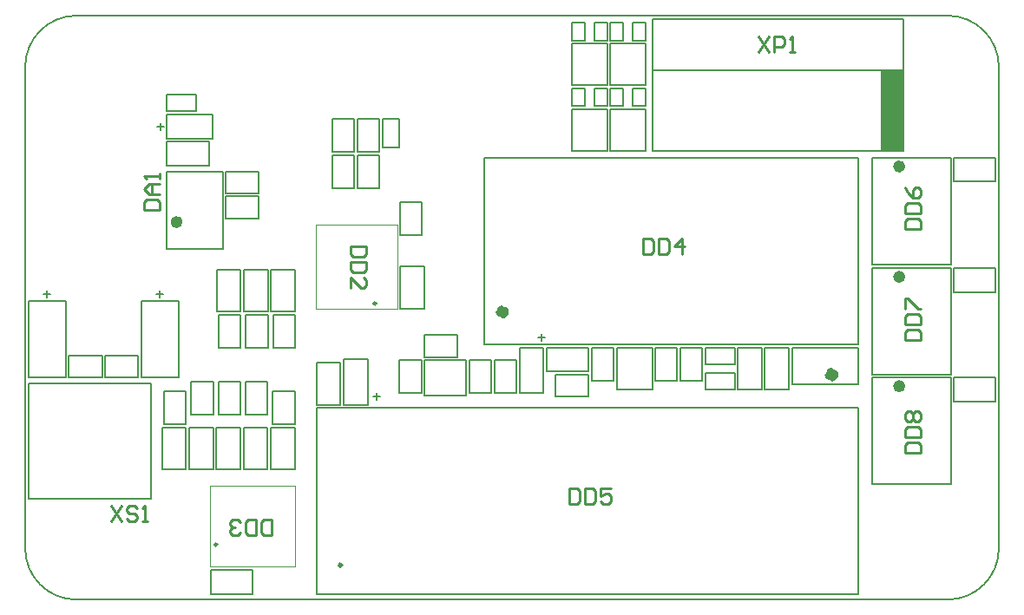
<source format=gto>
G04 Layer_Color=65535*
%FSLAX44Y44*%
%MOMM*%
G71*
G01*
G75*
%ADD27C,0.3000*%
%ADD28C,0.6000*%
%ADD31C,0.2500*%
%ADD37C,1.0000*%
%ADD38C,0.1500*%
%ADD39C,0.1000*%
%ADD40C,0.2540*%
%ADD41R,2.2000X7.9000*%
D27*
X308964Y33650D02*
G03*
X308964Y33650I-1414J0D01*
G01*
D28*
X855750Y208300D02*
G03*
X855750Y208300I-3000J0D01*
G01*
Y315050D02*
G03*
X855750Y315050I-3000J0D01*
G01*
X855750Y422800D02*
G03*
X855750Y422800I-3000J0D01*
G01*
X150750Y368500D02*
G03*
X150750Y368500I-3000J0D01*
G01*
D31*
X187250Y53750D02*
G03*
X187250Y53750I-1250J0D01*
G01*
X342500Y289000D02*
G03*
X342500Y289000I-1250J0D01*
G01*
D37*
X466964Y280800D02*
G03*
X466964Y280800I-1414J0D01*
G01*
X788518Y219500D02*
G03*
X788518Y219500I-1768J0D01*
G01*
D38*
X950000Y520000D02*
G03*
X900000Y570000I-50000J0D01*
G01*
Y0D02*
G03*
X950000Y50000I-0J50000D01*
G01*
X0D02*
G03*
X50000Y0I50000J0D01*
G01*
Y570000D02*
G03*
X0Y520000I0J-50000D01*
G01*
X612500Y438250D02*
Y517000D01*
X856750D01*
Y438250D02*
Y517000D01*
X612500Y438250D02*
X856750D01*
X533500Y530250D02*
Y533000D01*
Y502250D02*
Y530250D01*
Y502250D02*
X568000D01*
Y542750D01*
X533500D02*
X568000D01*
X533500Y533000D02*
Y542750D01*
X571000Y530250D02*
Y533000D01*
Y502250D02*
Y530250D01*
Y502250D02*
X605500D01*
Y542750D01*
X571000D02*
X605500D01*
X571000Y533000D02*
Y542750D01*
X533500Y466250D02*
Y469000D01*
Y438250D02*
Y466250D01*
Y438250D02*
X568000D01*
Y478750D01*
X533500D02*
X568000D01*
X533500Y469000D02*
Y478750D01*
X571000Y466250D02*
Y469000D01*
Y438250D02*
Y466250D01*
Y438250D02*
X605500D01*
Y478750D01*
X571000D02*
X605500D01*
X571000Y469000D02*
Y478750D01*
X399500Y199250D02*
X402250D01*
X430250D01*
Y233750D01*
X389750D02*
X430250D01*
X389750Y199250D02*
Y233750D01*
Y199250D02*
X399500D01*
X611750Y215250D02*
Y218000D01*
Y246000D01*
X577250D02*
X611750D01*
X577250Y205500D02*
Y246000D01*
Y205500D02*
X611750D01*
Y215250D01*
X324000Y469500D02*
X345500D01*
X324000Y437250D02*
Y469500D01*
Y437250D02*
X345500D01*
Y469500D01*
X365750Y355750D02*
X387250D01*
Y388000D01*
X365750D02*
X387250D01*
X365750Y355750D02*
Y388000D01*
X241638Y171335D02*
X263138D01*
Y203585D01*
X241638D02*
X263138D01*
X241638Y171335D02*
Y203585D01*
X162000Y180835D02*
X183500D01*
Y213085D01*
X162000D02*
X183500D01*
X162000Y180835D02*
Y213085D01*
X241750Y278000D02*
X263250D01*
X241750Y245750D02*
Y278000D01*
Y245750D02*
X263250D01*
Y278000D01*
X533500Y545750D02*
X546000D01*
Y563250D01*
X533500D02*
X546000D01*
X533500Y545750D02*
Y563250D01*
X571000Y545750D02*
X583500D01*
Y563250D01*
X571000D02*
X583500D01*
X571000Y545750D02*
Y563250D01*
X188750Y277920D02*
X210250D01*
X188750Y245670D02*
Y277920D01*
Y245670D02*
X210250D01*
Y277920D01*
X555500Y563250D02*
X568000D01*
X555500Y545750D02*
Y563250D01*
Y545750D02*
X568000D01*
Y563250D01*
X593000D02*
X605500D01*
X593000Y545750D02*
Y563250D01*
Y545750D02*
X605500D01*
Y563250D01*
X135500Y171335D02*
X157000D01*
Y203585D01*
X135500D02*
X157000D01*
X135500Y171335D02*
Y203585D01*
X555500Y499250D02*
X568000D01*
X555500Y481750D02*
Y499250D01*
Y481750D02*
X568000D01*
Y499250D01*
X593000D02*
X605500D01*
X593000Y481750D02*
Y499250D01*
Y481750D02*
X605500D01*
Y499250D01*
X188500Y180835D02*
X210000D01*
Y213085D01*
X188500D02*
X210000D01*
X188500Y180835D02*
Y213085D01*
X533500Y499250D02*
X546000D01*
X533500Y481750D02*
Y499250D01*
Y481750D02*
X546000D01*
Y499250D01*
X571000D02*
X583500D01*
X571000Y481750D02*
Y499250D01*
Y481750D02*
X583500D01*
Y499250D01*
X215250Y277920D02*
X236750D01*
X215250Y245670D02*
Y277920D01*
Y245670D02*
X236750D01*
Y277920D01*
X215000Y180835D02*
X236500D01*
Y213085D01*
X215000D02*
X236500D01*
X215000Y180835D02*
Y213085D01*
X422000Y236750D02*
Y258250D01*
X389750D02*
X422000D01*
X389750Y236750D02*
Y258250D01*
Y236750D02*
X422000D01*
X365250Y201500D02*
X386750D01*
Y233750D01*
X365250D02*
X386750D01*
X365250Y201500D02*
Y233750D01*
X433250Y201500D02*
X454750D01*
Y233750D01*
X433250D02*
X454750D01*
X433250Y201500D02*
Y233750D01*
X457750Y201500D02*
X479250D01*
Y233750D01*
X457750D02*
X479250D01*
X457750Y201500D02*
Y233750D01*
X552750Y246000D02*
X574250D01*
X552750Y213750D02*
Y246000D01*
Y213750D02*
X574250D01*
Y246000D01*
X517500Y198000D02*
Y219500D01*
Y198000D02*
X549750D01*
Y219500D01*
X517500D02*
X549750D01*
X639250Y213750D02*
X660750D01*
Y246000D01*
X639250D02*
X660750D01*
X639250Y213750D02*
Y246000D01*
X614750Y246000D02*
X636250D01*
X614750Y213750D02*
Y246000D01*
Y213750D02*
X636250D01*
Y246000D01*
X228000Y396500D02*
Y418000D01*
X195750D02*
X228000D01*
X195750Y396500D02*
Y418000D01*
Y396500D02*
X228000D01*
X42750Y217000D02*
Y238500D01*
Y217000D02*
X75000D01*
Y238500D01*
X42750D02*
X75000D01*
X110250Y217000D02*
Y238500D01*
X78000D02*
X110250D01*
X78000Y217000D02*
Y238500D01*
Y217000D02*
X110250D01*
X195750Y372000D02*
Y393500D01*
Y372000D02*
X228000D01*
Y393500D01*
X195750D02*
X228000D01*
X324000Y434000D02*
X345500D01*
X324000Y401750D02*
Y434000D01*
Y401750D02*
X345500D01*
Y434000D01*
X299500Y469000D02*
X321000D01*
X299500Y436750D02*
Y469000D01*
Y436750D02*
X321000D01*
Y469000D01*
X299500Y434000D02*
X321000D01*
X299500Y401750D02*
Y434000D01*
Y401750D02*
X321000D01*
Y434000D01*
X663750Y229500D02*
X692250D01*
X663750D02*
Y246000D01*
X692250D01*
Y229500D02*
Y246000D01*
X663750Y205000D02*
X692250D01*
X663750D02*
Y221500D01*
X692250D01*
Y205000D02*
Y221500D01*
X365000Y441000D02*
Y469500D01*
X348500Y441000D02*
X365000D01*
X348500D02*
Y469500D01*
X365000D01*
X138250Y493250D02*
X166750D01*
Y476750D02*
Y493250D01*
X138250Y476750D02*
X166750D01*
X138250D02*
Y493250D01*
X826250Y217050D02*
X903000D01*
X826250Y200800D02*
Y217050D01*
Y112550D02*
Y200800D01*
X903000Y112550D02*
Y217050D01*
X826250Y112550D02*
X903000D01*
X826250Y323800D02*
X903000D01*
X826250Y307550D02*
Y323800D01*
Y219300D02*
Y307550D01*
X903000Y219300D02*
Y323800D01*
X826250Y219300D02*
X903000D01*
X826250Y431550D02*
X903000D01*
X826250Y415300D02*
Y431550D01*
Y327050D02*
Y415300D01*
X903000Y327050D02*
Y431550D01*
X826250Y327050D02*
X903000D01*
X306300Y5650D02*
X812800D01*
X294050D02*
X306300D01*
X284300D02*
X294050D01*
X284300D02*
Y187150D01*
X300300D01*
X812800D01*
Y5650D02*
Y187150D01*
X457050Y249050D02*
X492550D01*
X447800Y409550D02*
Y431550D01*
X807300D01*
X812800D01*
Y252800D02*
Y431550D01*
Y249050D02*
Y252800D01*
X492550Y249050D02*
X812800D01*
X447800D02*
X457050D01*
X447800D02*
Y409550D01*
X748250Y246000D02*
X812750D01*
X748250Y210500D02*
Y246000D01*
X812750Y210500D02*
Y246000D01*
X748250Y210500D02*
X812750D01*
X138250Y342500D02*
X192750D01*
Y418000D01*
X181000D02*
X192750D01*
X138250D02*
X181000D01*
X138250Y407750D02*
Y418000D01*
Y342500D02*
Y407750D01*
X906000Y408050D02*
Y419300D01*
Y408050D02*
X916250D01*
X947000D01*
Y431550D01*
X906000D02*
X947000D01*
X906000Y419300D02*
Y431550D01*
Y193550D02*
Y204800D01*
Y193550D02*
X916250D01*
X947000D01*
Y217050D01*
X906000D02*
X947000D01*
X906000Y204800D02*
Y217050D01*
Y300300D02*
Y311550D01*
Y300300D02*
X916250D01*
X947000D01*
Y323800D01*
X906000D02*
X947000D01*
X906000Y311550D02*
Y323800D01*
X251888Y127250D02*
X263138D01*
Y137500D01*
Y168250D01*
X239638D02*
X263138D01*
X239638Y127250D02*
Y168250D01*
Y127250D02*
X251888D01*
X172250Y127250D02*
X183500D01*
Y137500D01*
Y168250D01*
X160000D02*
X183500D01*
X160000Y127250D02*
Y168250D01*
Y127250D02*
X172250D01*
X239750Y322000D02*
X251000D01*
X239750Y311750D02*
Y322000D01*
Y281000D02*
Y311750D01*
Y281000D02*
X263250D01*
Y322000D01*
X251000D02*
X263250D01*
X186750D02*
X198000D01*
X186750Y311750D02*
Y322000D01*
Y281000D02*
Y311750D01*
Y281000D02*
X210250D01*
Y322000D01*
X198000D02*
X210250D01*
X145750Y127250D02*
X157000D01*
Y137500D01*
Y168250D01*
X133500D02*
X157000D01*
X133500Y127250D02*
Y168250D01*
Y127250D02*
X145750D01*
X198750D02*
X210000D01*
Y137500D01*
Y168250D01*
X186500D02*
X210000D01*
X186500Y127250D02*
Y168250D01*
Y127250D02*
X198750D01*
X213250Y322000D02*
X224500D01*
X213250Y311750D02*
Y322000D01*
Y281000D02*
Y311750D01*
Y281000D02*
X236750D01*
Y322000D01*
X224500D02*
X236750D01*
X225250Y127250D02*
X236500D01*
Y137500D01*
Y168250D01*
X213000D02*
X236500D01*
X213000Y127250D02*
Y168250D01*
Y127250D02*
X225250D01*
X310750Y190250D02*
Y234750D01*
X334250D01*
Y190250D02*
Y234750D01*
X310750Y190250D02*
X334250D01*
X296500Y190250D02*
X307750D01*
Y200500D01*
Y231250D01*
X284250D02*
X307750D01*
X284250Y190250D02*
Y231250D01*
Y190250D02*
X296500D01*
X505750Y201500D02*
Y246000D01*
X482250Y201500D02*
X505750D01*
X482250D02*
Y246000D01*
X505750D01*
X508750Y222500D02*
Y233750D01*
Y222500D02*
X519000D01*
X549750D01*
Y246000D01*
X508750D02*
X549750D01*
X508750Y233750D02*
Y246000D01*
X365750Y325000D02*
X377000D01*
X365750Y314750D02*
Y325000D01*
Y284000D02*
Y314750D01*
Y284000D02*
X389250D01*
Y325000D01*
X377000D02*
X389250D01*
X222000Y17900D02*
Y29150D01*
X211750D02*
X222000D01*
X181000D02*
X211750D01*
X181000Y5650D02*
Y29150D01*
Y5650D02*
X222000D01*
Y17900D01*
X734000Y205000D02*
X745250D01*
Y215250D01*
Y246000D01*
X721750D02*
X745250D01*
X721750Y205000D02*
Y246000D01*
Y205000D02*
X734000D01*
X707500D02*
X718750D01*
Y215250D01*
Y246000D01*
X695250D02*
X718750D01*
X695250Y205000D02*
Y246000D01*
Y205000D02*
X707500D01*
X3250Y291500D02*
X39750D01*
X3250Y217000D02*
Y291500D01*
Y217000D02*
X39750D01*
Y291500D01*
X138250Y423500D02*
Y434750D01*
Y423500D02*
X148500D01*
X179250D01*
Y447000D01*
X138250D02*
X179250D01*
X138250Y434750D02*
Y447000D01*
X138250Y473500D02*
X182750D01*
Y450000D02*
Y473500D01*
X138250Y450000D02*
X182750D01*
X138250D02*
Y473500D01*
X113250Y291750D02*
X149750D01*
X113250Y217250D02*
Y291750D01*
Y217250D02*
X149750D01*
Y291750D01*
X612500Y567000D02*
X856750D01*
Y517000D02*
Y567000D01*
X612500Y517000D02*
Y567000D01*
X50000Y570000D02*
X900000D01*
X950000Y50000D02*
Y520000D01*
X50000Y0D02*
X900000D01*
X0Y50000D02*
Y520000D01*
X3500Y98750D02*
X122500D01*
Y210750D01*
X3500D02*
X122500D01*
X3500Y98750D02*
Y210750D01*
X343002Y194750D02*
Y201415D01*
X339669Y198082D02*
X346334D01*
X503498Y259250D02*
Y252586D01*
X506831Y255918D02*
X500166D01*
X21498Y301250D02*
Y294585D01*
X24831Y297918D02*
X18166D01*
X128500Y461748D02*
X135164D01*
X131832Y465081D02*
Y458416D01*
X131498Y301500D02*
Y294835D01*
X134831Y298168D02*
X128166D01*
D39*
X180750Y32000D02*
X263250D01*
X180750D02*
Y111000D01*
X263250D01*
Y32000D02*
Y111000D01*
X363000Y283750D02*
Y366250D01*
X284000Y283750D02*
X363000D01*
X284000D02*
Y366250D01*
X363000D01*
D40*
X715250Y549735D02*
X725407Y534500D01*
Y549735D02*
X715250Y534500D01*
X730485D02*
Y549735D01*
X738103D01*
X740642Y547196D01*
Y542118D01*
X738103Y539578D01*
X730485D01*
X745720Y534500D02*
X750798D01*
X748259D01*
Y549735D01*
X745720Y547196D01*
X603250Y352235D02*
Y337000D01*
X610868D01*
X613407Y339539D01*
Y349696D01*
X610868Y352235D01*
X603250D01*
X618485D02*
Y337000D01*
X626103D01*
X628642Y339539D01*
Y349696D01*
X626103Y352235D01*
X618485D01*
X641338Y337000D02*
Y352235D01*
X633720Y344618D01*
X643877D01*
X531250Y108235D02*
Y93000D01*
X538867D01*
X541407Y95539D01*
Y105696D01*
X538867Y108235D01*
X531250D01*
X546485D02*
Y93000D01*
X554103D01*
X556642Y95539D01*
Y105696D01*
X554103Y108235D01*
X546485D01*
X571877D02*
X561720D01*
Y100618D01*
X566799Y103157D01*
X569338D01*
X571877Y100618D01*
Y95539D01*
X569338Y93000D01*
X564259D01*
X561720Y95539D01*
X240500Y63265D02*
Y78500D01*
X232882D01*
X230343Y75961D01*
Y65804D01*
X232882Y63265D01*
X240500D01*
X225265D02*
Y78500D01*
X217647D01*
X215108Y75961D01*
Y65804D01*
X217647Y63265D01*
X225265D01*
X210030Y65804D02*
X207491Y63265D01*
X202412D01*
X199873Y65804D01*
Y68343D01*
X202412Y70883D01*
X204951D01*
X202412D01*
X199873Y73422D01*
Y75961D01*
X202412Y78500D01*
X207491D01*
X210030Y75961D01*
X332485Y345000D02*
X317250D01*
Y337383D01*
X319789Y334843D01*
X329946D01*
X332485Y337383D01*
Y345000D01*
Y329765D02*
X317250D01*
Y322147D01*
X319789Y319608D01*
X329946D01*
X332485Y322147D01*
Y329765D01*
X317250Y304373D02*
Y314530D01*
X327407Y304373D01*
X329946D01*
X332485Y306912D01*
Y311991D01*
X329946Y314530D01*
X858515Y361750D02*
X873750D01*
Y369367D01*
X871211Y371907D01*
X861054D01*
X858515Y369367D01*
Y361750D01*
Y376985D02*
X873750D01*
Y384603D01*
X871211Y387142D01*
X861054D01*
X858515Y384603D01*
Y376985D01*
Y402377D02*
X861054Y397299D01*
X866133Y392220D01*
X871211D01*
X873750Y394759D01*
Y399838D01*
X871211Y402377D01*
X868672D01*
X866133Y399838D01*
Y392220D01*
X858515Y253600D02*
X873750D01*
Y261217D01*
X871211Y263757D01*
X861054D01*
X858515Y261217D01*
Y253600D01*
Y268835D02*
X873750D01*
Y276453D01*
X871211Y278992D01*
X861054D01*
X858515Y276453D01*
Y268835D01*
Y284070D02*
Y294227D01*
X861054D01*
X871211Y284070D01*
X873750D01*
X858515Y143300D02*
X873750D01*
Y150918D01*
X871211Y153457D01*
X861054D01*
X858515Y150918D01*
Y143300D01*
Y158535D02*
X873750D01*
Y166153D01*
X871211Y168692D01*
X861054D01*
X858515Y166153D01*
Y158535D01*
X861054Y173770D02*
X858515Y176309D01*
Y181388D01*
X861054Y183927D01*
X863593D01*
X866133Y181388D01*
X868672Y183927D01*
X871211D01*
X873750Y181388D01*
Y176309D01*
X871211Y173770D01*
X868672D01*
X866133Y176309D01*
X863593Y173770D01*
X861054D01*
X866133Y176309D02*
Y181388D01*
X115765Y380000D02*
X131000D01*
Y387617D01*
X128461Y390157D01*
X118304D01*
X115765Y387617D01*
Y380000D01*
X131000Y395235D02*
X120843D01*
X115765Y400313D01*
X120843Y405392D01*
X131000D01*
X123383D01*
Y395235D01*
X131000Y410470D02*
Y415549D01*
Y413009D01*
X115765D01*
X118304Y410470D01*
X84250Y91485D02*
X94407Y76250D01*
Y91485D02*
X84250Y76250D01*
X109642Y88946D02*
X107103Y91485D01*
X102024D01*
X99485Y88946D01*
Y86407D01*
X102024Y83868D01*
X107103D01*
X109642Y81328D01*
Y78789D01*
X107103Y76250D01*
X102024D01*
X99485Y78789D01*
X114720Y76250D02*
X119798D01*
X117259D01*
Y91485D01*
X114720Y88946D01*
D41*
X845750Y477750D02*
D03*
M02*

</source>
